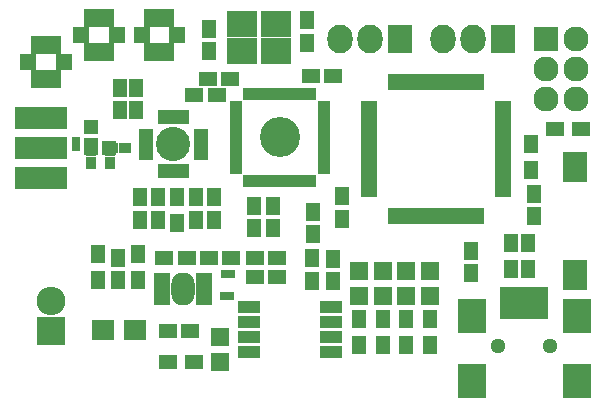
<source format=gbr>
G04 #@! TF.FileFunction,Soldermask,Top*
%FSLAX46Y46*%
G04 Gerber Fmt 4.6, Leading zero omitted, Abs format (unit mm)*
G04 Created by KiCad (PCBNEW 4.0.4-stable) date 05/31/17 00:38:46*
%MOMM*%
%LPD*%
G01*
G04 APERTURE LIST*
%ADD10C,0.100000*%
%ADD11R,1.150000X1.200000*%
%ADD12R,1.150000X1.600000*%
%ADD13R,1.100000X0.650000*%
%ADD14R,0.650000X1.100000*%
%ADD15C,3.400000*%
%ADD16R,1.200000X0.750000*%
%ADD17R,0.750000X1.200000*%
%ADD18C,2.900000*%
%ADD19R,2.599640X1.499820*%
%ADD20R,1.400760X1.400760*%
%ADD21R,1.451560X1.400760*%
%ADD22R,0.650000X1.400000*%
%ADD23R,1.400000X0.650000*%
%ADD24R,1.300000X1.600000*%
%ADD25R,1.900000X1.700000*%
%ADD26R,1.600000X1.300000*%
%ADD27R,2.432000X2.432000*%
%ADD28O,2.432000X2.432000*%
%ADD29R,0.900000X1.000000*%
%ADD30R,1.000000X0.900000*%
%ADD31R,1.600000X1.150000*%
%ADD32R,1.598880X1.598880*%
%ADD33R,4.464000X1.924000*%
%ADD34R,2.127200X2.432000*%
%ADD35O,2.127200X2.432000*%
%ADD36R,2.127200X2.127200*%
%ADD37O,2.127200X2.127200*%
%ADD38R,2.000000X2.580000*%
%ADD39R,1.950000X1.000000*%
%ADD40R,0.900380X2.701240*%
%ADD41R,2.398980X2.899360*%
%ADD42C,1.299160*%
%ADD43R,2.500000X2.200000*%
%ADD44R,0.700000X0.750000*%
%ADD45R,0.750000X0.700000*%
%ADD46R,1.200000X1.150000*%
%ADD47R,1.400000X0.700000*%
%ADD48O,2.000000X2.800000*%
G04 APERTURE END LIST*
D10*
D11*
X69330000Y-49640000D03*
X69330000Y-51140000D03*
D12*
X87600000Y-40600000D03*
X87600000Y-42500000D03*
D13*
X81600000Y-47750000D03*
X81600000Y-48250000D03*
X81600000Y-48750000D03*
X81600000Y-49250000D03*
X81600000Y-49750000D03*
X81600000Y-50250000D03*
X81600000Y-50750000D03*
X81600000Y-51250000D03*
X81600000Y-51750000D03*
X81600000Y-52250000D03*
X81600000Y-52750000D03*
X81600000Y-53250000D03*
D14*
X82550000Y-54200000D03*
X83050000Y-54200000D03*
X83550000Y-54200000D03*
X84050000Y-54200000D03*
X84550000Y-54200000D03*
X85050000Y-54200000D03*
X85550000Y-54200000D03*
X86050000Y-54200000D03*
X86550000Y-54200000D03*
X87050000Y-54200000D03*
X87550000Y-54200000D03*
X88050000Y-54200000D03*
D13*
X89000000Y-53250000D03*
X89000000Y-52750000D03*
X89000000Y-52250000D03*
X89000000Y-51750000D03*
X89000000Y-51250000D03*
X89000000Y-50750000D03*
X89000000Y-50250000D03*
X89000000Y-49750000D03*
X89000000Y-49250000D03*
X89000000Y-48750000D03*
X89000000Y-48250000D03*
X89000000Y-47750000D03*
D14*
X88050000Y-46800000D03*
X87550000Y-46800000D03*
X87050000Y-46800000D03*
X86550000Y-46800000D03*
X86050000Y-46800000D03*
X85550000Y-46800000D03*
X85050000Y-46800000D03*
X84550000Y-46800000D03*
X84050000Y-46800000D03*
X83550000Y-46800000D03*
X83050000Y-46800000D03*
X82550000Y-46800000D03*
D15*
X85300000Y-50520000D03*
D16*
X78590000Y-52050000D03*
X78590000Y-51400000D03*
X78590000Y-50750000D03*
X78590000Y-50100000D03*
D17*
X77265000Y-48775000D03*
X76615000Y-48775000D03*
X75965000Y-48775000D03*
X75315000Y-48775000D03*
D16*
X73990000Y-50100000D03*
X73990000Y-50750000D03*
X73990000Y-51400000D03*
X73990000Y-52050000D03*
D17*
X75315000Y-53375000D03*
X75965000Y-53375000D03*
X76615000Y-53375000D03*
X77265000Y-53375000D03*
D18*
X76290000Y-51075000D03*
D19*
X70000000Y-43300680D03*
X70000000Y-40400000D03*
D20*
X68498860Y-41850340D03*
D21*
X71501140Y-41850340D03*
D22*
X94770000Y-57200000D03*
X95270000Y-57200000D03*
X95770000Y-57200000D03*
X96270000Y-57200000D03*
X96770000Y-57200000D03*
X97270000Y-57200000D03*
X97770000Y-57200000D03*
X98270000Y-57200000D03*
X98770000Y-57200000D03*
X99270000Y-57200000D03*
X99770000Y-57200000D03*
X100270000Y-57200000D03*
X100770000Y-57200000D03*
X101270000Y-57200000D03*
X101770000Y-57200000D03*
X102270000Y-57200000D03*
D23*
X104220000Y-55250000D03*
X104220000Y-54750000D03*
X104220000Y-54250000D03*
X104220000Y-53750000D03*
X104220000Y-53250000D03*
X104220000Y-52750000D03*
X104220000Y-52250000D03*
X104220000Y-51750000D03*
X104220000Y-51250000D03*
X104220000Y-50750000D03*
X104220000Y-50250000D03*
X104220000Y-49750000D03*
X104220000Y-49250000D03*
X104220000Y-48750000D03*
X104220000Y-48250000D03*
X104220000Y-47750000D03*
D22*
X102270000Y-45800000D03*
X101770000Y-45800000D03*
X101270000Y-45800000D03*
X100770000Y-45800000D03*
X100270000Y-45800000D03*
X99770000Y-45800000D03*
X99270000Y-45800000D03*
X98770000Y-45800000D03*
X98270000Y-45800000D03*
X97770000Y-45800000D03*
X97270000Y-45800000D03*
X96770000Y-45800000D03*
X96270000Y-45800000D03*
X95770000Y-45800000D03*
X95270000Y-45800000D03*
X94770000Y-45800000D03*
D23*
X92820000Y-47750000D03*
X92820000Y-48250000D03*
X92820000Y-48750000D03*
X92820000Y-49250000D03*
X92820000Y-49750000D03*
X92820000Y-50250000D03*
X92820000Y-50750000D03*
X92820000Y-51250000D03*
X92820000Y-51750000D03*
X92820000Y-52250000D03*
X92820000Y-52750000D03*
X92820000Y-53250000D03*
X92820000Y-53750000D03*
X92820000Y-54250000D03*
X92820000Y-54750000D03*
X92820000Y-55250000D03*
D12*
X106800000Y-55300000D03*
X106800000Y-57200000D03*
D24*
X106320000Y-61680000D03*
X106320000Y-59480000D03*
D25*
X73000000Y-66800000D03*
X70300000Y-66800000D03*
D26*
X108600000Y-49800000D03*
X110800000Y-49800000D03*
D27*
X65900000Y-66900000D03*
D28*
X65900000Y-64360000D03*
D12*
X88100000Y-58700000D03*
X88100000Y-56800000D03*
D29*
X69340000Y-52700000D03*
X69340000Y-51600000D03*
D12*
X71800000Y-46300000D03*
X71800000Y-48200000D03*
X73100000Y-46300000D03*
X73100000Y-48200000D03*
D29*
X70890000Y-52690000D03*
X70890000Y-51590000D03*
D30*
X72190000Y-51410000D03*
X71090000Y-51410000D03*
D12*
X75000000Y-55600000D03*
X75000000Y-57500000D03*
X73500000Y-55600000D03*
X73500000Y-57500000D03*
X78200000Y-55600000D03*
X78200000Y-57500000D03*
X79700000Y-55600000D03*
X79700000Y-57500000D03*
D31*
X79950000Y-46900000D03*
X78050000Y-46900000D03*
X81100000Y-45600000D03*
X79200000Y-45600000D03*
D12*
X83100000Y-56300000D03*
X83100000Y-58200000D03*
X84700000Y-56300000D03*
X84700000Y-58200000D03*
X79260000Y-41300000D03*
X79260000Y-43200000D03*
D31*
X89800000Y-45300000D03*
X87900000Y-45300000D03*
D12*
X90600000Y-55500000D03*
X90600000Y-57400000D03*
D31*
X75800000Y-66900000D03*
X77700000Y-66900000D03*
X83200000Y-62300000D03*
X85100000Y-62300000D03*
D12*
X89800000Y-60800000D03*
X89800000Y-62700000D03*
D31*
X81200000Y-60700000D03*
X79300000Y-60700000D03*
D12*
X101500000Y-60100000D03*
X101500000Y-62000000D03*
X88000000Y-60750000D03*
X88000000Y-62650000D03*
D31*
X75500000Y-60700000D03*
X77400000Y-60700000D03*
D12*
X71600000Y-60700000D03*
X71600000Y-62600000D03*
D32*
X92000000Y-61800000D03*
X92000000Y-63898040D03*
D31*
X83200000Y-60700000D03*
X85100000Y-60700000D03*
D33*
X65059000Y-51427000D03*
X65059000Y-48887000D03*
X65059000Y-53967000D03*
D19*
X75098860Y-43300680D03*
X75098860Y-40400000D03*
D20*
X73597720Y-41850340D03*
D21*
X76600000Y-41850340D03*
D34*
X104180000Y-42200000D03*
D35*
X101640000Y-42200000D03*
X99100000Y-42200000D03*
D34*
X95480000Y-42200000D03*
D35*
X92940000Y-42200000D03*
X90400000Y-42200000D03*
D36*
X107800000Y-42200000D03*
D37*
X110340000Y-42200000D03*
X107800000Y-44740000D03*
X110340000Y-44740000D03*
X107800000Y-47280000D03*
X110340000Y-47280000D03*
D24*
X106600000Y-51100000D03*
X106600000Y-53300000D03*
X76600000Y-55600000D03*
X76600000Y-57800000D03*
X104890000Y-61680000D03*
X104890000Y-59480000D03*
X73300000Y-60400000D03*
X73300000Y-62600000D03*
X69900000Y-62600000D03*
X69900000Y-60400000D03*
X92000000Y-65900000D03*
X92000000Y-68100000D03*
X94000000Y-65900000D03*
X94000000Y-68100000D03*
X96000000Y-65900000D03*
X96000000Y-68100000D03*
X98000000Y-65900000D03*
X98000000Y-68100000D03*
D38*
X110297680Y-62202430D03*
X110302320Y-52997570D03*
D19*
X65500000Y-45600680D03*
X65500000Y-42700000D03*
D20*
X63998860Y-44150340D03*
D21*
X67001140Y-44150340D03*
D32*
X94000000Y-61801960D03*
X94000000Y-63900000D03*
X96000000Y-61800000D03*
X96000000Y-63898040D03*
X98000000Y-61800000D03*
X98000000Y-63898040D03*
X80200000Y-67401960D03*
X80200000Y-69500000D03*
D26*
X78000000Y-69500000D03*
X75800000Y-69500000D03*
D39*
X82670000Y-64845000D03*
X82670000Y-66115000D03*
X82670000Y-67385000D03*
X82670000Y-68655000D03*
X89670000Y-68655000D03*
X89670000Y-67385000D03*
X89670000Y-66115000D03*
X89670000Y-64845000D03*
D40*
X104399800Y-64550680D03*
X105199900Y-64550680D03*
X106000000Y-64550680D03*
X106800100Y-64550680D03*
X107600200Y-64550680D03*
D41*
X101549920Y-65649740D03*
X101549920Y-71148840D03*
X110450080Y-65649740D03*
X110450080Y-71148840D03*
D42*
X103800360Y-68149100D03*
X108199640Y-68149100D03*
D43*
X82070000Y-43210000D03*
X84970000Y-43210000D03*
X84970000Y-40910000D03*
X82070000Y-40910000D03*
D44*
X81100000Y-63900000D03*
X80550000Y-63900000D03*
X81200000Y-62100000D03*
X80650000Y-62100000D03*
D45*
X68020000Y-51330000D03*
X68020000Y-50780000D03*
D46*
X69330000Y-51410000D03*
X70830000Y-51410000D03*
D47*
X78840000Y-64360000D03*
X78840000Y-63860000D03*
X78840000Y-63360000D03*
X78840000Y-62860000D03*
X78840000Y-62360000D03*
X75340000Y-62360000D03*
X75340000Y-62860000D03*
X75340000Y-63360000D03*
X75340000Y-63860000D03*
X75340000Y-64360000D03*
D48*
X77090000Y-63360000D03*
M02*

</source>
